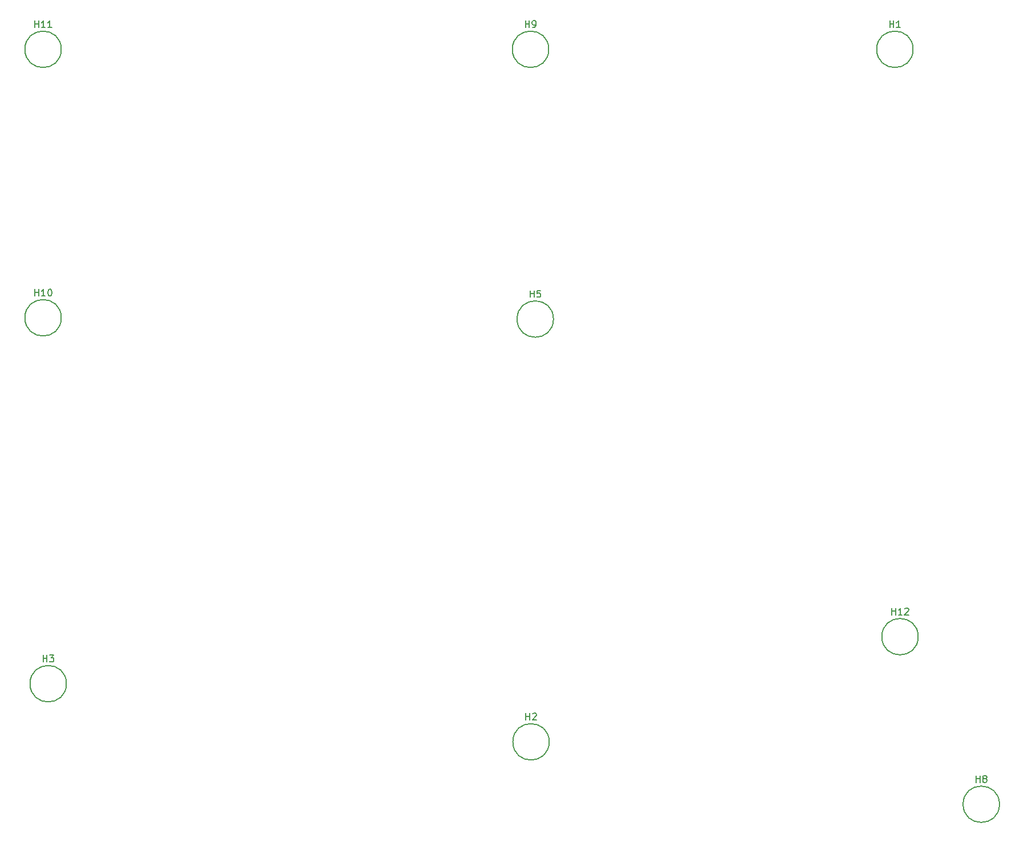
<source format=gbr>
G04 #@! TF.GenerationSoftware,KiCad,Pcbnew,(5.1.5)-3*
G04 #@! TF.CreationDate,2020-01-18T14:14:09+05:30*
G04 #@! TF.ProjectId,ergocape,6572676f-6361-4706-952e-6b696361645f,rev?*
G04 #@! TF.SameCoordinates,Original*
G04 #@! TF.FileFunction,Other,Comment*
%FSLAX46Y46*%
G04 Gerber Fmt 4.6, Leading zero omitted, Abs format (unit mm)*
G04 Created by KiCad (PCBNEW (5.1.5)-3) date 2020-01-18 14:14:09*
%MOMM*%
%LPD*%
G04 APERTURE LIST*
%ADD10C,0.150000*%
G04 APERTURE END LIST*
D10*
X170086000Y-107823000D02*
G75*
G03X170086000Y-107823000I-2700000J0D01*
G01*
X42832000Y-20574000D02*
G75*
G03X42832000Y-20574000I-2700000J0D01*
G01*
X42832000Y-60452000D02*
G75*
G03X42832000Y-60452000I-2700000J0D01*
G01*
X115222000Y-20574000D02*
G75*
G03X115222000Y-20574000I-2700000J0D01*
G01*
X182151000Y-132715000D02*
G75*
G03X182151000Y-132715000I-2700000J0D01*
G01*
X115920000Y-60642500D02*
G75*
G03X115920000Y-60642500I-2700000J0D01*
G01*
X43594000Y-114808000D02*
G75*
G03X43594000Y-114808000I-2700000J0D01*
G01*
X115286000Y-123444000D02*
G75*
G03X115286000Y-123444000I-2700000J0D01*
G01*
X169324000Y-20574000D02*
G75*
G03X169324000Y-20574000I-2700000J0D01*
G01*
X166147904Y-104575380D02*
X166147904Y-103575380D01*
X166147904Y-104051571D02*
X166719333Y-104051571D01*
X166719333Y-104575380D02*
X166719333Y-103575380D01*
X167719333Y-104575380D02*
X167147904Y-104575380D01*
X167433619Y-104575380D02*
X167433619Y-103575380D01*
X167338380Y-103718238D01*
X167243142Y-103813476D01*
X167147904Y-103861095D01*
X168100285Y-103670619D02*
X168147904Y-103623000D01*
X168243142Y-103575380D01*
X168481238Y-103575380D01*
X168576476Y-103623000D01*
X168624095Y-103670619D01*
X168671714Y-103765857D01*
X168671714Y-103861095D01*
X168624095Y-104003952D01*
X168052666Y-104575380D01*
X168671714Y-104575380D01*
X38893904Y-17326380D02*
X38893904Y-16326380D01*
X38893904Y-16802571D02*
X39465333Y-16802571D01*
X39465333Y-17326380D02*
X39465333Y-16326380D01*
X40465333Y-17326380D02*
X39893904Y-17326380D01*
X40179619Y-17326380D02*
X40179619Y-16326380D01*
X40084380Y-16469238D01*
X39989142Y-16564476D01*
X39893904Y-16612095D01*
X41417714Y-17326380D02*
X40846285Y-17326380D01*
X41132000Y-17326380D02*
X41132000Y-16326380D01*
X41036761Y-16469238D01*
X40941523Y-16564476D01*
X40846285Y-16612095D01*
X38893904Y-57204380D02*
X38893904Y-56204380D01*
X38893904Y-56680571D02*
X39465333Y-56680571D01*
X39465333Y-57204380D02*
X39465333Y-56204380D01*
X40465333Y-57204380D02*
X39893904Y-57204380D01*
X40179619Y-57204380D02*
X40179619Y-56204380D01*
X40084380Y-56347238D01*
X39989142Y-56442476D01*
X39893904Y-56490095D01*
X41084380Y-56204380D02*
X41179619Y-56204380D01*
X41274857Y-56252000D01*
X41322476Y-56299619D01*
X41370095Y-56394857D01*
X41417714Y-56585333D01*
X41417714Y-56823428D01*
X41370095Y-57013904D01*
X41322476Y-57109142D01*
X41274857Y-57156761D01*
X41179619Y-57204380D01*
X41084380Y-57204380D01*
X40989142Y-57156761D01*
X40941523Y-57109142D01*
X40893904Y-57013904D01*
X40846285Y-56823428D01*
X40846285Y-56585333D01*
X40893904Y-56394857D01*
X40941523Y-56299619D01*
X40989142Y-56252000D01*
X41084380Y-56204380D01*
X111760095Y-17326380D02*
X111760095Y-16326380D01*
X111760095Y-16802571D02*
X112331523Y-16802571D01*
X112331523Y-17326380D02*
X112331523Y-16326380D01*
X112855333Y-17326380D02*
X113045809Y-17326380D01*
X113141047Y-17278761D01*
X113188666Y-17231142D01*
X113283904Y-17088285D01*
X113331523Y-16897809D01*
X113331523Y-16516857D01*
X113283904Y-16421619D01*
X113236285Y-16374000D01*
X113141047Y-16326380D01*
X112950571Y-16326380D01*
X112855333Y-16374000D01*
X112807714Y-16421619D01*
X112760095Y-16516857D01*
X112760095Y-16754952D01*
X112807714Y-16850190D01*
X112855333Y-16897809D01*
X112950571Y-16945428D01*
X113141047Y-16945428D01*
X113236285Y-16897809D01*
X113283904Y-16850190D01*
X113331523Y-16754952D01*
X178689095Y-129467380D02*
X178689095Y-128467380D01*
X178689095Y-128943571D02*
X179260523Y-128943571D01*
X179260523Y-129467380D02*
X179260523Y-128467380D01*
X179879571Y-128895952D02*
X179784333Y-128848333D01*
X179736714Y-128800714D01*
X179689095Y-128705476D01*
X179689095Y-128657857D01*
X179736714Y-128562619D01*
X179784333Y-128515000D01*
X179879571Y-128467380D01*
X180070047Y-128467380D01*
X180165285Y-128515000D01*
X180212904Y-128562619D01*
X180260523Y-128657857D01*
X180260523Y-128705476D01*
X180212904Y-128800714D01*
X180165285Y-128848333D01*
X180070047Y-128895952D01*
X179879571Y-128895952D01*
X179784333Y-128943571D01*
X179736714Y-128991190D01*
X179689095Y-129086428D01*
X179689095Y-129276904D01*
X179736714Y-129372142D01*
X179784333Y-129419761D01*
X179879571Y-129467380D01*
X180070047Y-129467380D01*
X180165285Y-129419761D01*
X180212904Y-129372142D01*
X180260523Y-129276904D01*
X180260523Y-129086428D01*
X180212904Y-128991190D01*
X180165285Y-128943571D01*
X180070047Y-128895952D01*
X112458095Y-57394880D02*
X112458095Y-56394880D01*
X112458095Y-56871071D02*
X113029523Y-56871071D01*
X113029523Y-57394880D02*
X113029523Y-56394880D01*
X113981904Y-56394880D02*
X113505714Y-56394880D01*
X113458095Y-56871071D01*
X113505714Y-56823452D01*
X113600952Y-56775833D01*
X113839047Y-56775833D01*
X113934285Y-56823452D01*
X113981904Y-56871071D01*
X114029523Y-56966309D01*
X114029523Y-57204404D01*
X113981904Y-57299642D01*
X113934285Y-57347261D01*
X113839047Y-57394880D01*
X113600952Y-57394880D01*
X113505714Y-57347261D01*
X113458095Y-57299642D01*
X40132095Y-111560380D02*
X40132095Y-110560380D01*
X40132095Y-111036571D02*
X40703523Y-111036571D01*
X40703523Y-111560380D02*
X40703523Y-110560380D01*
X41084476Y-110560380D02*
X41703523Y-110560380D01*
X41370190Y-110941333D01*
X41513047Y-110941333D01*
X41608285Y-110988952D01*
X41655904Y-111036571D01*
X41703523Y-111131809D01*
X41703523Y-111369904D01*
X41655904Y-111465142D01*
X41608285Y-111512761D01*
X41513047Y-111560380D01*
X41227333Y-111560380D01*
X41132095Y-111512761D01*
X41084476Y-111465142D01*
X111824095Y-120196380D02*
X111824095Y-119196380D01*
X111824095Y-119672571D02*
X112395523Y-119672571D01*
X112395523Y-120196380D02*
X112395523Y-119196380D01*
X112824095Y-119291619D02*
X112871714Y-119244000D01*
X112966952Y-119196380D01*
X113205047Y-119196380D01*
X113300285Y-119244000D01*
X113347904Y-119291619D01*
X113395523Y-119386857D01*
X113395523Y-119482095D01*
X113347904Y-119624952D01*
X112776476Y-120196380D01*
X113395523Y-120196380D01*
X165862095Y-17326380D02*
X165862095Y-16326380D01*
X165862095Y-16802571D02*
X166433523Y-16802571D01*
X166433523Y-17326380D02*
X166433523Y-16326380D01*
X167433523Y-17326380D02*
X166862095Y-17326380D01*
X167147809Y-17326380D02*
X167147809Y-16326380D01*
X167052571Y-16469238D01*
X166957333Y-16564476D01*
X166862095Y-16612095D01*
M02*

</source>
